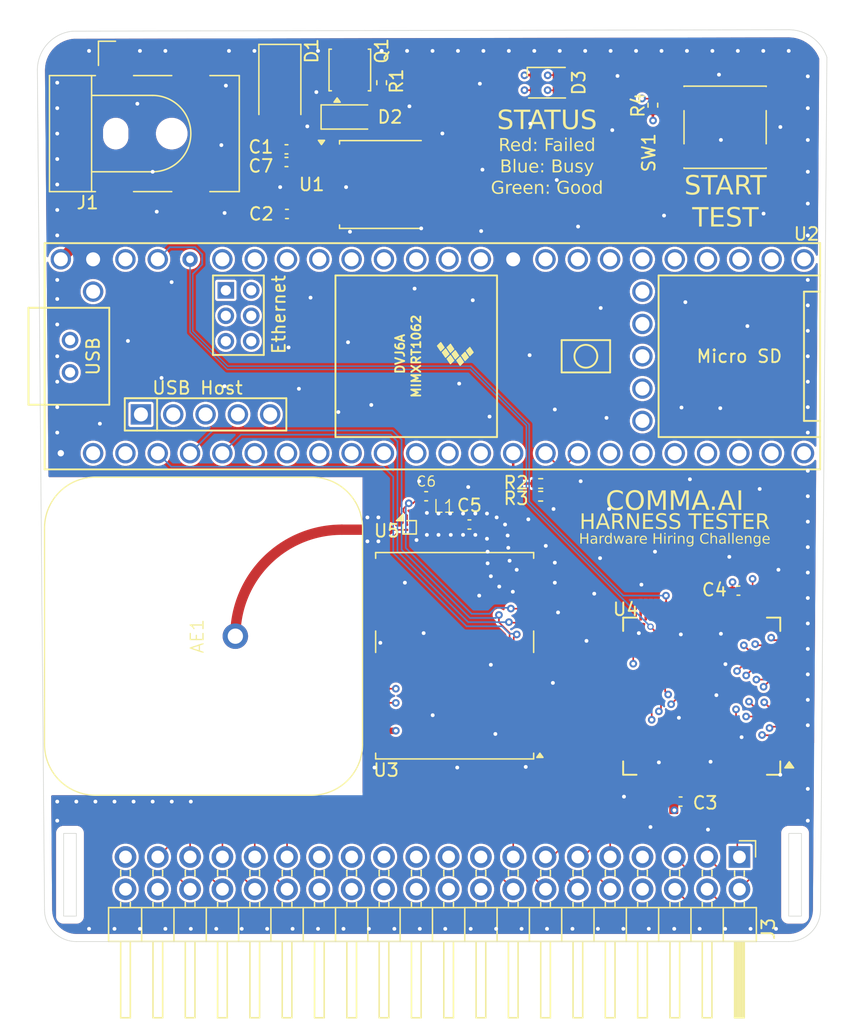
<source format=kicad_pcb>
(kicad_pcb (version 20241229) (generator "pcbnew") (generator_version "9.0")
  (title_block (title "Hardware Hiring Challenge") (date "2024-05-23") (rev "A"))
  (layers (0 "F.Cu" signal) (4 "In1.Cu" signal) (6 "In2.Cu" signal) (2 "B.Cu" signal) (13 "F.Paste" user) (15 "B.Paste" user) (5 "F.SilkS" user "F.Silkscreen") (7 "B.SilkS" user "B.Silkscreen") (1 "F.Mask" user) (3 "B.Mask" user) (25 "Edge.Cuts" user))
  (net 0 "")
  (net 1 "Net-(AE1-A)")
  (net 2 "GND")
  (net 3 "+12V")
  (net 4 "+5V")
  (net 5 "+3.3V")
  (net 6 "Net-(U3-RF_IN)")
  (net 7 "Net-(C5-Pad2)")
  (net 8 "Net-(U3-VCC_RF)")
  (net 9 "Net-(D1-A1)")
  (net 10 "Net-(D2-A)")
  (net 11 "LED_R")
  (net 12 "LED_G")
  (net 13 "LED_B")
  (net 14 "CBL_36")
  (net 15 "CBL_22")
  (net 16 "CBL_9")
  (net 17 "CBL_10")
  (net 18 "CBL_24")
  (net 19 "CBL_13")
  (net 20 "CBL_20")
  (net 21 "CBL_35")
  (net 22 "CBL_4")
  (net 23 "CBL_32")
  (net 24 "CBL_38")
  (net 25 "CBL_28")
  (net 26 "CBL_0")
  (net 27 "CBL_39")
  (net 28 "CBL_5")
  (net 29 "CBL_7")
  (net 30 "CBL_17")
  (net 31 "CBL_21")
  (net 32 "CBL_34")
  (net 33 "CBL_15")
  (net 34 "CBL_8")
  (net 35 "CBL_29")
  (net 36 "CBL_31")
  (net 37 "CBL_37")
  (net 38 "CBL_25")
  (net 39 "CBL_27")
  (net 40 "CBL_18")
  (net 41 "CBL_19")
  (net 42 "CBL_14")
  (net 43 "CBL_16")
  (net 44 "CBL_3")
  (net 45 "CBL_33")
  (net 46 "CBL_23")
  (net 47 "CBL_30")
  (net 48 "CBL_1")
  (net 49 "CBL_12")
  (net 50 "CBL_2")
  (net 51 "CBL_26")
  (net 52 "CBL_6")
  (net 53 "CBL_11")
  (net 54 "Net-(L1-Pad2)")
  (net 55 "CY_SCL")
  (net 56 "CY_SDA")
  (net 57 "BTN_TEST")
  (net 60 "UBX-TIMEPULSE")
  (net 64 "UBX-RXD")
  (net 69 "UBX-RST_N")
  (net 74 "UBX-TXD")
  (net 107 "UBX-SAFEBOOT")
  (net 135 "CY_RST_N")
  (net 140 "CY_INT")
  (footprint "Capacitor_SMD:C_0402_1005Metric" (layer "F.Cu") (at 138.557 43.815 180)
    (property "Reference" "C2")
    (property "Value" "100n")
  )
  (footprint "Capacitor_SMD:C_0402_1005Metric" (layer "F.Cu") (at 149.5 66)
    (property "Reference" "C6")
    (property "Value" "1n")
  )
  (footprint "LED_SMD:LED_ASMB-KTF0-0A306" (layer "F.Cu") (at 159 33.5)
    (property "Reference" "D3")
    (property "Value" "ASMB-KTF0-0A306")
  )
  (footprint "Capacitor_SMD:C_0402_1005Metric" (layer "F.Cu") (at 138.52 39.735 180)
    (property "Reference" "C7")
    (property "Value" "10u")
  )
  (footprint "Diode_SMD:D_SMA" (layer "F.Cu") (at 138 34 -90)
    (property "Reference" "D1")
    (property "Value" "SMAJ16A")
  )
  (footprint "Package_SO:Vishay_PowerPAK_1212-8_Single" (layer "F.Cu") (at 143.5 32.5 90)
    (property "Reference" "Q1")
    (property "Value" "SiSS27DN")
  )
  (footprint "Capacitor_SMD:C_0402_1005Metric" (layer "F.Cu") (at 152.8984 68.222 180)
    (property "Reference" "C5")
    (property "Value" "100n")
  )
  (footprint "Button_Switch_SMD:SW_SPST_PTS645" (layer "F.Cu") (at 173 37 180)
    (property "Reference" "SW1")
    (property "Value" "TEST BUTTON")
  )
  (footprint "gnss:ANT-GNSSCP-TH25L1" (layer "F.Cu") (at 132 77 90)
    (property "Reference" "AE1")
    (property "Value" "ANT-GNSSCP-TH25L1")
  )
  (footprint "Connector_PinHeader_2.54mm:PinHeader_2x20_P2.54mm_Horizontal" (layer "F.Cu") (at 174.125 94.35 -90)
    (property "Reference" "J3")
    (property "Value" "Cable header")
  )
  (footprint "Resistor_SMD:R_0402_1005Metric" (layer "F.Cu") (at 158.5 65)
    (property "Reference" "R2")
    (property "Value" "4k7")
  )
  (footprint "Package_BGA:WLP-4_0.83x0.83mm_P0.4mm" (layer "F.Cu") (at 148.1984 68.444454)
    (property "Reference" "U5")
    (property "Value" "MAX2679")
  )
  (footprint "Package_TO_SOT_SMD:TO-252-2" (layer "F.Cu") (at 146 41.5)
    (property "Reference" "U1")
    (property "Value" "L7805")
  )
  (footprint "Resistor_SMD:R_0402_1005Metric" (layer "F.Cu") (at 158.5 66)
    (property "Reference" "R3")
    (property "Value" "4k7")
  )
  (footprint "teensy:Teensy41" (layer "F.Cu") (at 149.99 55)
    (property "Reference" "U2")
    (property "Value" "Teensy4.1")
  )
  (footprint "Resistor_SMD:R_0402_1005Metric" (layer "F.Cu") (at 167.320101 35.26484 90)
    (property "Reference" "R4")
    (property "Value" "10k")
  )
  (footprint "Diode_SMD:Nexperia_CFP3_SOD-123W" (layer "F.Cu") (at 143.5 36.195)
    (property "Reference" "D2")
    (property "Value" "PMEG10020ELR")
  )
  (footprint "Package_QFP:TQFP-100_12x12mm_P0.4mm" (layer "F.Cu") (at 171.15983 81.714966 180)
    (property "Reference" "U4")
    (property "Value" "CY8C9560A-24AXIT")
  )
  (footprint "Inductor_SMD:L_0402_1005Metric" (layer "F.Cu") (at 150.8984 68.222 180)
    (property "Reference" "L1")
    (property "Value" "12n")
  )
  (footprint "Capacitor_SMD:C_0402_1005Metric" (layer "F.Cu") (at 169.5 90)
    (property "Reference" "C3")
    (property "Value" "100n")
  )
  (footprint "Capacitor_SMD:C_0402_1005Metric" (layer "F.Cu") (at 138.52 38.735 180)
    (property "Reference" "C1")
    (property "Value" "1u")
  )
  (footprint "RF_GPS:ublox_NEO" (layer "F.Cu") (at 151.7396 78.5368 180)
    (property "Reference" "U3")
    (property "Value" "NEO-M8N")
  )
  (footprint "Connector_BarrelJack:BarrelJack_CLIFF_FC681465S_SMT_Horizontal" (layer "F.Cu") (at 128 37.5)
    (property "Reference" "J1")
    (property "Value" "12V INPUT")
  )
  (footprint "Resistor_SMD:R_0402_1005Metric" (layer "F.Cu") (at 146 33.5 90)
    (property "Reference" "R1")
    (property "Value" "1k")
  )
  (footprint "Capacitor_SMD:C_0402_1005Metric" (layer "F.Cu") (at 174.046456 73.42018)
    (property "Reference" "C4")
    (property "Value" "100n")
  )
  (gr_arc (start 122 101) (mid 120.232233 100.267767) (end 119.5 98.5) (stroke (width 0.05)) (layer "Edge.Cuts"))
  (gr_rect (start 121 92.5) (end 122 99) (stroke (width 0.05)) (fill no) (layer "Edge.Cuts"))
  (gr_rect (start 178 92.5) (end 179 99) (stroke (width 0.05)) (fill no) (layer "Edge.Cuts"))
  (gr_line (start 121.750835 29.448293) (end 178 29.337722) (stroke (width 0.05)) (layer "Edge.Cuts"))
  (gr_line (start 178 101) (end 122 101) (stroke (width 0.05)) (layer "Edge.Cuts"))
  (gr_arc (start 178 29.337722) (mid 179.849016 29.934627) (end 181 31.5) (stroke (width 0.05)) (layer "Edge.Cuts"))
  (gr_line (start 181 31.5) (end 180.5 98.5) (stroke (width 0.05)) (layer "Edge.Cuts"))
  (gr_arc (start 118.938138 32.5) (mid 119.748564 30.424901) (end 121.750829 29.448293) (stroke (width 0.05)) (layer "Edge.Cuts"))
  (gr_arc (start 180.5 98.5) (mid 179.767767 100.267767) (end 178 101) (stroke (width 0.05)) (layer "Edge.Cuts"))
  (gr_line (start 119.5 98.5) (end 118.938138 32.5) (stroke (width 0.05)) (layer "Edge.Cuts"))
  (gr_text "Red: Failed\nBlue: Busy\nGreen: Good" (at 159 42.4 0) (layer "F.SilkS") (effects (font (size 1 1)) (justify bottom)))
  (gr_text "STATUS" (at 159 37.4 0) (layer "F.SilkS") (effects (font (size 1.5 1.5)) (justify bottom)))
  (gr_text "START\nTEST" (at 173.0248 45.0596 0) (layer "F.SilkS") (effects (font (size 1.5 1.5)) (justify bottom)))
  (gr_text "HARNESS TESTER" (at 169.037 68.072 0) (layer "F.SilkS") (effects (font (size 1.2 1.2))))
  (gr_text "Hardware Hiring Challenge" (at 169.037 69.3928 0) (layer "F.SilkS") (effects (font (size 0.8 0.8))))
  (gr_text "COMMA.AI" (at 169.037 66.4464 0) (layer "F.SilkS") (effects (font (size 1.5 1.5))))
  (segment (start 147.9984 68.644454) (end 146.571654 68.644454) (width 0.127) (layer "F.Cu") (net 1))
  (segment (start 142.8692 68.6308) (end 146.558 68.6308) (width 0.8128) (layer "F.Cu") (net 1))
  (arc (start 146.571654 68.644454) (mid 146.561999 68.640455) (end 146.558 68.6308) (width 0.127) (layer "F.Cu") (net 1))
  (arc (start 134.5 77) (mid 136.951282 71.082082) (end 142.8692 68.6308) (width 0.8128) (layer "F.Cu") (net 1))
  (via (at 157.6324 54.9148) (size 0.6) (drill 0.3) (layers "F.Cu" "B.Cu") (net 2))
  (via (at 169.5196 76.8604) (size 0.6) (drill 0.3) (layers "F.Cu" "B.Cu") (net 2))
  (via (at 173 100) (size 0.6) (drill 0.3) (layers "F.Cu" "B.Cu") (net 2))
  (via (at 126.7968 35.1536) (size 0.6) (drill 0.3) (layers "F.Cu" "B.Cu") (net 2))
  (via (at 169.3672 83.4136) (size 0.6) (drill 0.3) (layers "F.Cu" "B.Cu") (net 2))
  (via (at 179.5 55) (size 0.6) (drill 0.3) (layers "F.Cu" "B.Cu") (net 2))
  (via (at 172.6184 59.0804) (size 0.6) (drill 0.3) (layers "F.Cu" "B.Cu") (net 2))
  (via (at 154.5844 72.2884) (size 0.6) (drill 0.3) (layers "F.Cu" "B.Cu") (net 2))
  (via (at 143 100) (size 0.6) (drill 0.3) (layers "F.Cu" "B.Cu") (net 2))
  (via (at 128.698593 56.701584) (size 0.6) (drill 0.3) (layers "F.Cu" "B.Cu") (net 2))
  (via (at 154.4828 59.7408) (size 0.6) (drill 0.3) (layers "F.Cu" "B.Cu") (net 2))
  (via (at 179.5 43) (size 0.6) (drill 0.3) (layers "F.Cu" "B.Cu") (net 2))
  (via (at 159.6136 71.2216) (size 0.6) (drill 0.3) (layers "F.Cu" "B.Cu") (net 2))
  (via (at 163.2204 51.2064) (size 0.6) (drill 0.3) (layers "F.Cu" "B.Cu") (net 2))
  (via (at 165 100) (size 0.6) (drill 0.3) (layers "F.Cu" "B.Cu") (net 2))
  (via (at 144.8816 69.5452) (size 0.6) (drill 0.3) (layers "F.Cu" "B.Cu") (net 2))
  (via (at 138.684 54.3052) (size 0.6) (drill 0.3) (layers "F.Cu" "B.Cu") (net 2))
  (via (at 123 100) (size 0.6) (drill 0.3) (layers "F.Cu" "B.Cu") (net 2))
  (via (at 143.2052 41.7068) (size 0.6) (drill 0.3) (layers "F.Cu" "B.Cu") (net 2))
  (via (at 154.94 84.6836) (size 0.6) (drill 0.3) (layers "F.Cu" "B.Cu") (net 2))
  (via (at 149 100) (size 0.6) (drill 0.3) (layers "F.Cu" "B.Cu") (net 2))
  (via (at 133.6548 43.7388) (size 0.6) (drill 0.3) (layers "F.Cu" "B.Cu") (net 2))
  (via (at 120.5 52.5) (size 0.6) (drill 0.3) (layers "F.Cu" "B.Cu") (net 2))
  (via (at 177.33483 87.889966) (size 0.6) (drill 0.3) (layers "F.Cu" "B.Cu") (net 2))
  (via (at 129 100) (size 0.6) (drill 0.3) (layers "F.Cu" "B.Cu") (net 2))
  (via (at 177.3428 36.9824) (size 0.6) (drill 0.3) (layers "F.Cu" "B.Cu") (net 2))
  (via (at 179.5 72) (size 0.6) (drill 0.3) (layers "F.Cu" "B.Cu") (net 2))
  (via (at 171 100) (size 0.6) (drill 0.3) (layers "F.Cu" "B.Cu") (net 2))
  (via (at 143.3576 53.8988) (size 0.6) (drill 0.3) (layers "F.Cu" "B.Cu") (net 2))
  (via (at 173.3296 70.7644) (size 0.6) (drill 0.3) (layers "F.Cu" "B.Cu") (net 2))
  (via (at 143.51 45.212) (size 0.6) (drill 0.3) (layers "F.Cu" "B.Cu") (net 2))
  (via (at 152.0952 57.15) (size 0.6) (drill 0.3) (layers "F.Cu" "B.Cu") (net 2))
  (via (at 163 100) (size 0.6) (drill 0.3) (layers "F.Cu" "B.Cu") (net 2))
  (via (at 168.1988 43.942) (size 0.6) (drill 0.3) (layers "F.Cu" "B.Cu") (net 2))
  (via (at 137 100) (size 0.6) (drill 0.3) (layers "F.Cu" "B.Cu") (net 2))
  (via (at 123.8504 60.2996) (size 0.6) (drill 0.3) (layers "F.Cu" "B.Cu") (net 2))
  (via (at 133 100) (size 0.6) (drill 0.3) (layers "F.Cu" "B.Cu") (net 2))
  (via (at 153.8224 45.1612) (size 0.6) (drill 0.3) (layers "F.Cu" "B.Cu") (net 2))
  (via (at 173.0248 79.1972) (size 0.6) (drill 0.3) (layers "F.Cu" "B.Cu") (net 2))
  (via (at 148 31) (size 0.6) (drill 0.3) (layers "F.Cu" "B.Cu") (net 2))
  (via (at 157.3276 87.2744) (size 0.6) (drill 0.3) (layers "F.Cu" "B.Cu") (net 2))
  (via (at 140.1572 36.9316) (size 0.6) (drill 0.3) (layers "F.Cu" "B.Cu") (net 2))
  (via (at 167.7924 86.9188) (size 0.6) (drill 0.3) (layers "F.Cu" "B.Cu") (net 2))
  (via (at 123 31) (size 0.6) (drill 0.3) (layers "F.Cu" "B.Cu") (net 2))
  (via (at 179.5 70) (size 0.6) (drill 0.3) (layers "F.Cu" "B.Cu") (net 2))
  (via (at 179.5 49) (size 0.6) (drill 0.3) (layers "F.Cu" "B.Cu") (net 2))
  (via (at 129.5 90) (size 0.6) (drill 0.3) (layers "F.Cu" "B.Cu") (net 2))
  (via (at 159.8676 75.1332) (size 0.6) (drill 0.3) (layers "F.Cu" "B.Cu") (net 2))
  (via (at 135 100) (size 0.6) (drill 0.3) (layers "F.Cu" "B.Cu") (net 2))
  (via (at 179.5 53) (size 0.6) (drill 0.3) (layers "F.Cu" "B.Cu") (net 2))
  (via (at 177 100) (size 0.6) (drill 0.3) (layers "F.Cu" "B.Cu") (net 2))
  (via (at 153 100) (size 0.6) (drill 0.3) (layers "F.Cu" "B.Cu") (net 2))
  (via (at 174 31) (size 0.6) (drill 0.3) (layers "F.Cu" "B.Cu") (net 2))
  (via (at 150.4696 67.3608) (size 0.6) (drill 0.3) (layers "F.Cu" "B.Cu") (net 2))
  (via (at 149.5552 69.0372) (size 0.6) (drill 0.3) (layers "F.Cu" "B.Cu") (net 2))
  (via (at 170 31) (size 0.6) (drill 0.3) (layers "F.Cu" "B.Cu") (net 2))
  (via (at 128.3208 43.6372) (size 0.6) (drill 0.3) (layers "F.Cu" "B.Cu") (net 2))
  (via (at 120.5 55) (size 0.6) (drill 0.3) (layers "F.Cu" "B.Cu") (net 2))
  (via (at 148.1836 35.3568) (size 0.6) (drill 0.3) (layers "F.Cu" "B.Cu") (net 2))
  (via (at 120.5 37.5) (size 0.6) (drill 0.3) (layers "F.Cu" "B.Cu") (net 2))
  (via (at 151.4348 69.0372) (size 0.6) (drill 0.3) (layers "F.Cu" "B.Cu") (net 2))
  (via (at 172.5168 32.8676) (size 0.6) (drill 0.3) (layers "F.Cu" "B.Cu") (net 2))
  (via (at 159.6136 59.182) (size 0.6) (drill 0.3) (layers "F.Cu" "B.Cu") (net 2))
  (via (at 160 31) (size 0.6) (drill 0.3) (layers "F.Cu" "B.Cu") (net 2))
  (via (at 161.4424 44.8056) (size 0.6) (drill 0.3) (layers "F.Cu" "B.Cu") (net 2))
  (via (at 120.5 59) (size 0.6) (drill 0.3) (layers "F.Cu" "B.Cu") (net 2))
  (via (at 159.4612 80.6704) (size 0.6) (drill 0.3) (layers "F.Cu" "B.Cu") (net 2))
  (via (at 128 40.5) (size 0.6) (drill 0.3) (layers "F.Cu" "B.Cu") (net 2))
  (via (at 171.6532 92.202) (size 0.6) (drill 0.3) (layers "F.Cu" "B.Cu") (net 2))
  (via (at 134 31) (size 0.6) (drill 0.3) (layers "F.Cu" "B.Cu") (net 2))
  (via (at 126.5 90) (size 0.6) (drill 0.3) (layers "F.Cu" "B.Cu") (net 2))
  (via (at 154.2796 69.342) (size 0.6) (drill 0.3) (layers "F.Cu" "B.Cu") (net 2))
  (via (at 179.5 45.5) (size 0.6) (drill 0.3) (layers "F.Cu" "B.Cu") (net 2))
  (via (at 148.59 49.6824) (size 0.6) (drill 0.3) (layers "F.Cu" "B.Cu") (net 2))
  (via (at 131 100) (size 0.6) (drill 0.3) (layers "F.Cu" "B.Cu") (net 2))
  (via (at 162 31) (size 0.6) (drill 0.3) (layers "F.Cu" "B.Cu") (net 2))
  (via (at 166.4208 72.9488) (size 0.6) (drill 0.3) (layers "F.Cu" "B.Cu") (net 2))
  (via (at 167.4876 70.358) (size 0.6) (drill 0.3) (layers "F.Cu" "B.Cu") (net 2))
  (via (at 166.2176 76.7588) (size 0.6) (drill 0.3) (layers "F.Cu" "B.Cu") (net 2))
  (via (at 161.6456 64.8208) (size 0.6) (drill 0.3) (layers "F.Cu" "B.Cu") (net 2))
  (via (at 127 100) (size 0.6) (drill 0.3) (layers "F.Cu" "B.Cu") (net 2))
  (via (at 156 31) (size 0.6) (drill 0.3) (layers "F.Cu" "B.Cu") (net 2))
  (via (at 163.1696 70.866) (size 0.6) (drill 0.3) (layers "F.Cu" "B.Cu") (net 2))
  (via (at 123.5 90) (size 0.6) (drill 0.3) (layers "F.Cu" "B.Cu") (net 2))
  (via (at 155.9052 69.088) (size 0.6) (drill 0.3) (layers "F.Cu" "B.Cu") (net 2))
  (via (at 159.766 41.148) (size 0.6) (drill 0.3) (layers "F.Cu" "B.Cu") (net 2))
  (via (at 151.9428 87.3252) (size 0.6) (drill 0.3) (layers "F.Cu" "B.Cu") (net 2))
  (via (at 158 31) (size 0.6) (drill 0.3) (layers "F.Cu" "B.Cu") (net 2))
  (via (at 166 31) (size 0.6) (drill 0.3) (layers "F.Cu" "B.Cu") (net 2))
  (via (at 153.67 73.8124) (size 0.6) (drill 0.3) (layers "F.Cu" "B.Cu") (net 2))
  (via (at 133.7564 33.7312) (size 0.6) (drill 0.3) (layers "F.Cu" "B.Cu") (net 2))
  (via (at 165.0492 89.6112) (size 0.6) (drill 0.3) (layers "F.Cu" "B.Cu") (net 2))
  (via (at 167 100) (size 0.6) (drill 0.3) (layers "F.Cu" "B.Cu") (net 2))
  (via (at 176 31) (size 0.6) (drill 0.3) (layers "F.Cu" "B.Cu") (net 2))
  (via (at 120.5 43.5) (size 0.6) (drill 0.3) (layers "F.Cu" "B.Cu") (net 2))
  (via (at 155 100) (size 0.6) (drill 0.3) (layers "F.Cu" "B.Cu") (net 2))
  (via (at 142.5956 59.3852) (size 0.6) (drill 0.3) (layers "F.Cu" "B.Cu") (net 2))
  (via (at 179.5 33) (size 0.6) (drill 0.3) (layers "F.Cu" "B.Cu") (net 2))
  (via (at 156.6164 71.7804) (size 0.6) (drill 0.3) (layers "F.Cu" "B.Cu") (net 2))
  (via (at 128 90) (size 0.6) (drill 0.3) (layers "F.Cu" "B.Cu") (net 2))
  (via (at 140.4112 50.3936) (size 0.6) (drill 0.3) (layers "F.Cu" "B.Cu") (net 2))
  (via (at 145.8976 77.5208) (size 0.6) (drill 0.3) (layers "F.Cu" "B.Cu") (net 2))
  (via (at 161 100) (size 0.6) (drill 0.3) (layers "F.Cu" "B.Cu") (net 2))
  (via (at 179.5 35.5) (size 0.6) (drill 0.3) (layers "F.Cu" "B.Cu") (net 2))
  (via (at 139 100) (size 0.6) (drill 0.3) (layers "F.Cu" "B.Cu") (net 2))
  (via (at 152.8064 65.278) (size 0.6) (drill 0.3) (layers "F.Cu" "B.Cu") (net 2))
  (via (at 149.11 44.95) (size 0.6) (drill 0.3) (layers "F.Cu" "B.Cu") (net 2))
  (via (at 172.6692 76.8096) (size 0.6) (drill 0.3) (layers "F.Cu" "B.Cu") (net 2))
  (via (at 174.2948 84.9376) (size 0.6) (drill 0.3) (layers "F.Cu" "B.Cu") (net 2))
  (via (at 120.5 41.5) (size 0.6) (drill 0.3) (layers "F.Cu" "B.Cu") (net 2))
  (via (at 179.5 76) (size 0.6) (drill 0.3) (layers "F.Cu" "B.Cu") (net 2))
  (via (at 172 31) (size 0.6) (drill 0.3) (layers "F.Cu" "B.Cu") (net 2))
  (via (at 145.7452 69.5452) (size 0.6) (drill 0.3) (layers "F.Cu" "B.Cu") (net 2))
  (via (at 150 31) (size 0.6) (drill 0.3) (layers "F.Cu" "B.Cu") (net 2))
  (via (at 179.5 84) (size 0.6) (drill 0.3) (layers "F.Cu" "B.Cu") (net 2))
  (via (at 120.5 90) (size 0.6) (drill 0.3) (layers "F.Cu" "B.Cu") (net 2))
  (via (at 150.4696 69.0372) (size 0.6) (drill 0.3) (layers "F.Cu" "B.Cu") (net 2))
  (via (at 172.3136 81.6356) (size 0.6) (drill 0.3) (layers "F.Cu" "B.Cu") (net 2))
  (via (at 154.5844 79.248) (size 0.6) (drill 0.3) (layers "F.Cu" "B.Cu") (net 2))
  (via (at 125 100) (size 0.6) (drill 0.3) (layers "F.Cu" "B.Cu") (net 2))
  (via (at 129.4892 49.1744) (size 0.6) (drill 0.3) (layers "F.Cu" "B.Cu") (net 2))
  (via (at 120.5 50.5) (size 0.6) (drill 0.3) (layers "F.Cu" "B.Cu") (net 2))
  (via (at 170.2308 64.6684) (size 0.6) (drill 0.3) (layers "F.Cu" "B.Cu") (net 2))
  (via (at 120.5 91.5) (size 0.6) (drill 0.3) (layers "F.Cu" "B.Cu") (net 2))
  (via (at 136 31) (size 0.6) (drill 0.3) (layers "F.Cu" "B.Cu") (net 2))
  (via (at 147 100) (size 0.6) (drill 0.3) (layers "F.Cu" "B.Cu") (net 2))
  (via (at 126.056957 53.795784) (size 0.6) (drill 0.3) (layers "F.Cu" "B.Cu") (net 2))
  (via (at 152 31) (size 0.6) (drill 0.3) (layers "F.Cu" "B.Cu") (net 2))
  (via (at 179.5 82) (size 0.6) (drill 0.3) (layers "F.Cu" "B.Cu") (net 2))
  (via (at 157.5308 67.818) (size 0.6) (drill 0.3) (layers "F.Cu" "B.Cu") (net 2))
  (via (at 120.5 45.5) (size 0.6) (drill 0.3) (layers "F.Cu" "B.Cu") (net 2))
  (via (at 156.3116 73.5076) (size 0.6) (drill 0.3) (layers "F.Cu" "B.Cu") (net 2))
  (via (at 146 31) (size 0.6) (drill 0.3) (layers "F.Cu" "B.Cu") (net 2))
  (via (at 179.5 57) (size 0.6) (drill 0.3) (layers "F.Cu" "B.Cu") (net 2))
  (via (at 154.3304 70.358) (size 0.6) (drill 0.3) (layers "F.Cu" "B.Cu") (net 2))
  (via (at 178 31) (size 0.6) (drill 0.3) (layers "F.Cu" "B.Cu") (net 2))
  (via (at 150.7744 37.4904) (size 0.6) (drill 0.3) (layers "F.Cu" "B.Cu") (net 2))
  (via (at 138.0236 41.7068) (size 0.6) (drill 0.3) (layers "F.Cu" "B.Cu") (net 2))
  (via (at 129 31) (size 0.6) (drill 0.3) (layers "F.Cu" "B.Cu") (net 2))
  (via (at 154 31) (size 0.6) (drill 0.3) (layers "F.Cu" "B.Cu") (net 2))
  (via (at 157 100) (size 0.6) (drill 0.3) (layers "F.Cu" "B.Cu") (net 2))
  (via (at 133.4008 38.4048) (size 0.6) (drill 0.3) (layers "F.Cu" "B.Cu") (net 2))
  (via (at 175 100) (size 0.6) (drill 0.3) (layers "F.Cu" "B.Cu") (net 2))
  (via (at 149.3012 76.7588) (size 0.6) (drill 0.3) (layers "F.Cu" "B.Cu") (net 2))
  (via (at 153.3652 69.0372) (size 0.6) (drill 0.3) (layers "F.Cu" "B.Cu") (net 2))
  (via (at 159.512 67.0052) (size 0.6) (drill 0.3) (layers "F.Cu" "B.Cu") (net 2))
  (via (at 131 90) (size 0.6) (drill 0.3) (layers "F.Cu" "B.Cu") (net 2))
  (via (at 159.6136 72.7964) (size 0.6) (drill 0.3) (layers "F.Cu" "B.Cu") (net 2))
  (via (at 155.956 70.0532) (size 0.6) (drill 0.3) (layers "F.Cu" "B.Cu") (net 2))
  (via (at 133.6548 57.3532) (size 0.6) (drill 0.3) (layers "F.Cu" "B.Cu") (net 2))
  (via (at 169.8752 50.7492) (size 0.6) (drill 0.3) (layers "F.Cu" "B.Cu") (net 2))
  (via (at 177.1904 71.7804) (size 0.6) (drill 0.3) (layers "F.Cu" "B.Cu") (net 2))
  (via (at 179.5 40.5) (size 0.6) (drill 0.3) (layers "F.Cu" "B.Cu") (net 2))
  (via (at 156.0576 71.0692) (size 0.6) (drill 0.3) (layers "F.Cu" "B.Cu") (net 2))
  (via (at 164.129539 37.227287) (size 0.6) (drill 0.3) (layers "F.Cu" "B.Cu") (net 2))
  (via (at 120.5 61) (size 0.6) (drill 0.3) (layers "F.Cu" "B.Cu") (net 2))
  (via (at 179.5 80) (size 0.6) (drill 0.3) (layers "F.Cu" "B.Cu") (net 2))
  (via (at 147.828 72.7964) (size 0.6) (drill 0.3) (layers "F.Cu" "B.Cu") (net 2))
  (via (at 174.752 52.6288) (size 0.6) (drill 0.3) (layers "F.Cu" "B.Cu") (net 2))
  (via (at 141 31) (size 0.6) (drill 0.3) (layers "F.Cu" "B.Cu") (net 2))
  (via (at 125 90) (size 0.6) (drill 0.3) (layers "F.Cu" "B.Cu") (net 2))
  (via (at 148.7424 69.4436) (size 0.6) (drill 0.3) (layers "F.Cu" "B.Cu") (net 2))
  (via (at 151.384 67.3608) (size 0.6) (drill 0.3) (layers "F.Cu" "B.Cu") (net 2))
  (via (at 144.8816 67.6656) (size 0.6) (drill 0.3) (layers "F.Cu" "B.Cu") (net 2))
  (via (at 120.5 49) (size 0.6) (drill 0.3) (layers "F.Cu" "B.Cu") (net 2))
  (via (at 168 31) (size 0.6) (drill 0.3) (layers "F.Cu" "B.Cu") (net 2))
  (via (at 148.9456 64.8208) (size 0.6) (drill 0.3) (layers "F.Cu" "B.Cu") (net 2))
  (via (at 140.8684 34.2392) (size 0.6) (drill 0.3) (layers "F.Cu" "B.Cu") (net 2))
  (via (at 179.5 38) (size 0.6) (drill 0.3) (layers "F.Cu" "B.Cu") (net 2))
  (via (at 153.162 50.5968) (size 0.6) (drill 0.3) (layers "F.Cu" "B.Cu") (net 2))
  (via (at 153.3652 67.3608) (size 0.6) (drill 0.3) (layers "F.Cu" "B.Cu") (net 2))
  (via (at 175.7172 65.4304) (size 0.6) (drill 0.3) (layers "F.Cu" "B.Cu") (net 2))
  (via (at 149.5552 67.31) (size 0.5) (drill 0.3) (layers "F.Cu" "B.Cu") (net 2))
  (via (at 120.5 33.5) (size 0.6) (drill 0.3) (layers "F.Cu" "B.Cu") (net 2))
  (via (at 155.2448 73.1012) (size 0.6) (drill 0.3) (layers "F.Cu" "B.Cu") (net 2))
  (via (at 179.5 74) (size 0.6) (drill 0.3) (layers "F.Cu" "B.Cu") (net 2))
  (via (at 150.0124 83.2104) (size 0.6) (drill 0.3) (layers "F.Cu" "B.Cu") (net 2))
  (via (at 179.5 89) (size 0.6) (drill 0.3) (layers "F.Cu" "B.Cu") (net 2))
  (via (at 162.7124 73.66) (size 0.6) (drill 0.3) (layers "F.Cu" "B.Cu") (net 2))
  (via (at 179.5 66) (size 0.6) (drill 0.3) (layers "F.Cu" "B.Cu") (net 2))
  (via (at 179.5 64) (size 0.6) (drill 0.3) (layers "F.Cu" "B.Cu") (net 2))
  (via (at 145 100) (size 0.6) (drill 0.3) (layers "F.Cu" "B.Cu") (net 2))
  (via (at 145.7452 67.6656) (size 0.6) (drill 0.3) (layers "F.Cu" "B.Cu") (net 2))
  (via (at 167.132 91.9988) (size 0.6) (drill 0.3) (layers "F.Cu" "B.Cu") (net 2))
  (via (at 152.4 69.0372) (size 0.6) (drill 0.3) (layers "F.Cu" "B.Cu") (net 2))
  (via (at 120.5 39.5) (size 0.6) (drill 0.3) (layers "F.Cu" "B.Cu") (net 2))
  (via (at 122 90) (size 0.6) (drill 0.3) (layers "F.Cu" "B.Cu") (net 2))
  (via (at 179.5 68) (size 0.6) (drill 0.3) (layers "F.Cu" "B.Cu") (net 2))
  (via (at 176.022 43.7896) (size 0.6) (drill 0.3) (layers "F.Cu" "B.Cu") (net 2))
  (via (at 120.5 57) (size 0.6) (drill 0.3) (layers "F.Cu" "B.Cu") (net 2))
  (via (at 179.5 61) (size 0.6) (drill 0.3) (layers "F.Cu" "B.Cu") (net 2))
  (via (at 154.2796 67.3608) (size 0.6) (drill 0.3) (layers "F.Cu" "B.Cu") (net 2))
  (via (at 155.702 68.2244) (size 0.6) (drill 0.3) (layers "F.Cu" "B.Cu") (net 2))
  (via (at 179.5 78) (size 0.6) (drill 0.3) (layers "F.Cu" "B.Cu") (net 2))
  (via (at 164.5412 32.9692) (size 0.6) (drill 0.3) (layers "F.Cu" "B.Cu") (net 2))
  (via (at 127 31) (size 0.6) (drill 0.3) (layers "F.Cu" "B.Cu") (net 2))
  (via (at 179.5 91.5) (size 0.6) (drill 0.3) (layers "F.Cu" "B.Cu") (net 2))
  (via (at 179.5 59) (size 0.6) (drill 0.3) (layers "F.Cu" "B.Cu") (net 2))
  (via (at 141 100) (size 0.6) (drill 0.3) (layers "F.Cu" "B.Cu") (net 2))
  (via (at 151 100) (size 0.6) (drill 0.3) (layers "F.Cu" "B.Cu") (net 2))
  (via (at 157.6832 36.7284) (size 0.6) (drill 0.3) (layers "F.Cu" "B.Cu") (net 2))
  (via (at 153.924 40.3352) (size 0.6) (drill 0.3) (layers "F.Cu" "B.Cu") (net 2))
  (via (at 169.5704 59.0296) (size 0.6) (drill 0.3) (layers "F.Cu" "B.Cu") (net 2))
  (via (at 163.6776 59.8424) (size 0.6) (drill 0.3) (layers "F.Cu" "B.Cu") (net 2))
  (via (at 153.7208 33.5788) (size 0.6) (drill 0.3) (layers "F.Cu" "B.Cu") (net 2))
  (via (at 145.1864 58.8264) (size 0.6) (drill 0.3) (layers "F.Cu" "B.Cu") (net 2))
  (via (at 158.9024 69.9008) (size 0.6) (drill 0.3) (layers "F.Cu" "B.Cu") (net 2))
  (via (at 163.8808 67.0052) (size 0.6) (drill 0.3) (layers "F.Cu" "B.Cu") (net 2))
  (via (at 169 100) (size 0.6) (drill 0.3) (layers "F.Cu" "B.Cu") (net 2))
  (via (at 145.4404 87.3252) (size 0.6) (drill 0.3) (layers "F.Cu" "B.Cu") (net 2))
  (via (at 164 31) (size 0.6) (drill 0.3) (layers "F.Cu" "B.Cu") (net 2))
  (via (at 172.6692 37.9984) (size 0.6) (drill 0.3) (layers "F.Cu" "B.Cu") (net 2))
  (via (at 162.1028 77.3684) (size 0.6) (drill 0.3) (layers "F.Cu" "B.Cu") (net 2))
  (via (at 179.5 51) (size 0.6) (drill 0.3) (layers "F.Cu" "B.Cu") (net 2))
  (via (at 139.4968 57.5564) (size 0.6) (drill 0.3) (layers "F.Cu" "B.Cu") (net 2))
  (via (at 152.4 67.3608) (size 0.6) (drill 0.3) (layers "F.Cu" "B.Cu") (net 2))
  (via (at 159 100) (size 0.6) (drill 0.3) (layers "F.Cu" "B.Cu") (net 2))
  (via (at 155.0416 67.6656) (size 0.6) (drill 0.3) (layers "F.Cu" "B.Cu") (net 2))
  (via (at 171.8564 86.868) (size 0.6) (drill 0.3) (layers "F.Cu" "B.Cu") (net 2))
  (via (at 120.5 35.5) (size 0.6) (drill 0.3) (layers "F.Cu" "B.Cu") (net 2))
  (via (at 154.3304 71.2724) (size 0.6) (drill 0.3) (layers "F.Cu" "B.Cu") (net 2))
  (segment (start 142.1 36.195) (end 142.1 38.08) (width 0.8128) (layer "F.Cu") (net 3))
  (segment (start 142.1 38.08) (end 140.96 39.22) (width 0.8128) (layer "F.Cu") (net 3))
  (segment (start 142.1 35.005) (end 143.17 33.935) (width 0.8128) (layer "F.Cu") (net 3))
  (segment (start 142.1 36.195) (end 142.1 35.005) (width 0.8128) (layer "F.Cu") (net 3))
  (segment (start 139.147 45.593) (end 122.567 45.593) (width 0.8128) (layer "F.Cu") (net 4))
  (segment (start 122.567 45.593) (end 120.78 47.38) (width 0.8128) (layer "F.Cu") (net 4))
  (segment (start 140.96 43.78) (end 139.147 45.593) (width 0.8128) (layer "F.Cu") (net 4))
  (segment (start 169.02 90.6696) (end 169.0116 90.678) (width 0.2032) (layer "F.Cu") (net 5))
  (segment (start 145.7396 83.3368) (end 145.7396 84.4368) (width 0.508) (layer "F.Cu") (net 5))
  (segment (start 147.1096 84.4368) (end 147.1168 84.4296) (width 0.508) (layer "F.Cu") (net 5))
  (segment (start 173.55983 74.037966) (end 173.566456 74.03134) (width 0.127) (layer "F.Cu") (net 5))
  (segment (start 173.566456 73.42018) (end 173.566456 72.762744) (width 0.127) (layer "F.Cu") (net 5))
  (segment (start 157.0496 65) (end 156.34 64.2904) (width 0.2032) (layer "F.Cu") (net 5))
  (segment (start 167.320101 36.459301) (end 167.3352 36.4744) (width 0.2032) (layer "F.Cu") (net 5))
  (segment (start 156.34 64.2904) (end 156.34 62.62) (width 0.2032) (layer "F.Cu") (net 5))
  (segment (start 169.02 90) (end 169.02 90.6696) (width 0.2032) (layer "F.Cu") (net 5))
  (segment (start 158.1 32.9) (end 157.2444 32.9) (width 0.2032) (layer "F.Cu") (net 5))
  (segment (start 159 32) (end 158.1 32.9) (width 0.2032) (layer "F.Cu") (net 5))
  (segment (start 145.7396 84.4368) (end 147.1096 84.4368) (width 0.508) (layer "F.Cu") (net 5))
  (segment (start 167.320101 35.77484) (end 164.77484 35.77484) (width 0.2032) (layer "F.Cu") (net 5))
  (segment (start 173.566456 74.03134) (end 173.566456 73.42018) (width 0.127) (layer "F.Cu") (net 5))
  (segment (start 161 32) (end 159 32) (width 0.2032) (layer "F.Cu") (net 5))
  (segment (start 164.77484 35.77484) (end 161 32) (width 0.2032) (layer "F.Cu") (net 5))
  (segment (start 167.320101 35.77484) (end 167.320101 36.459301) (width 0.2032) (layer "F.Cu") (net 5))
  (segment (start 157.99 65) (end 157.0496 65) (width 0.2032) (layer "F.Cu") (net 5))
  (segment (start 173.55983 75.014966) (end 173.55983 74.037966) (width 0.127) (layer "F.Cu") (net 5))
  (segment (start 173.566456 72.762744) (end 173.5836 72.7456) (width 0.127) (layer "F.Cu") (net 5))
  (segment (start 157.2444 32.9) (end 157.226 32.9184) (width 0.2032) (layer "F.Cu") (net 5))
  (via (at 167.3352 36.4744) (size 0.6) (drill 0.3) (layers "F.Cu" "B.Cu") (net 5))
  (via (at 157.226 32.9184) (size 0.6) (drill 0.3) (layers "F.Cu" "B.Cu") (net 5))
  (via (at 169.0116 90.678) (size 0.6) (drill 0.3) (layers "F.Cu" "B.Cu") (net 5))
  (via (at 173.5836 72.7456) (size 0.6) (drill 0.3) (layers "F.Cu" "B.Cu") (net 5))
  (via (at 147.1168 84.4296) (size 0.6) (drill 0.3) (layers "F.Cu" "B.Cu") (net 5))
  (segment (start 155.0924 69.2912) (end 155.0924 71.1708) (width 0.508) (layer "F.Cu") (net 6))
  (segment (start 157.7324 72.644) (end 157.7396 72.6368) (width 0.508) (layer "F.Cu") (net 6))
  (segment (start 156.5656 72.644) (end 157.7324 72.644) (width 0.508) (layer "F.Cu") (net 6))
  (segment (start 153.3784 68.222) (end 154.0232 68.222) (width 0.508) (layer "F.Cu") (net 6))
  (arc (start 154.0232 68.222) (mid 154.779239 68.535161) (end 155.0924 69.2912) (width 0.508) (layer "F.Cu") (net 6))
  (arc (start 155.0924 71.1708) (mid 155.52389 72.21251) (end 156.5656 72.644) (width 0.508) (layer "F.Cu") (net 6))
  (segment (start 151.3834 68.222) (end 152.4184 68.222) (width 0.508) (layer "F.Cu") (net 7))
  (segment (start 147.9984 67.499378) (end 147.721022 67.222) (width 0.127) (layer "F.Cu") (net 8))
  (segment (start 148.133999 66.555703) (end 148.464297 66.555703) (width 0.127) (layer "F.Cu") (net 8))
  (segment (start 156.1592 74.8284) (end 156.1676 74.8368) (width 0.127) (layer "F.Cu") (net 8))
  (segment (start 147.721022 67.222) (end 147.721022 66.96868) (width 0.127) (layer "F.Cu") (net 8))
  (segment (start 147.9984 68.244454) (end 147.9984 67.499378) (width 0.127) (layer "F.Cu") (net 8))
  (segment (start 147.721022 66.96868) (end 148.133999 66.555703) (width 0.127) (layer "F.Cu") (net 8))
  (segment (start 148.464297 66.555703) (end 149.02 66) (width 0.127) (layer "F.Cu") (net 8))
  (segment (start 156.1676 74.8368) (end 157.7396 74.8368) (width 0.127) (layer "F.Cu") (net 8))
  (via (at 156.1592 74.8284) (size 0.6) (drill 0.3) (layers "F.Cu" "B.Cu") (net 8))
  (via (at 148.133999 66.555703) (size 0.6) (drill 0.3) (layers "F.Cu" "B.Cu") (net 8))
  (segment (start 148.133999 66.555703) (end 147.8975 66.792202) (width 0.127) (layer "B.Cu") (net 8))
  (segment (start 147.8975 70.061404) (end 153.077296 75.2412) (width 0.127) (layer "B.Cu") (net 8))
  (segment (start 147.8975 66.792202) (end 147.8975 70.061404) (width 0.127) (layer "B.Cu") (net 8))
  (segment (start 154.4764 75.2412) (end 154.9494 74.7682) (width 0.127) (layer "B.Cu") (net 8))
  (segment (start 153.077296 75.2412) (end 154.4764 75.2412) (width 0.127) (layer "B.Cu") (net 8))
  (segment (start 156.099 74.7682) (end 156.1592 74.8284) (width 0.127) (layer "B.Cu") (net 8))
  (segment (start 154.9494 74.7682) (end 156.099 74.7682) (width 0.127) (layer "B.Cu") (net 8))
  (segment (start 125 32) (end 131 32) (width 0.8128) (layer "F.Cu") (net 9))
  (segment (start 143.4425 32) (end 143.5 31.9425) (width 0.8128) (layer "F.Cu") (net 9))
  (segment (start 131 32) (end 138 32) (width 0.8128) (layer "F.Cu") (net 9))
  (segment (start 138 32) (end 143.4425 32) (width 0.8128) (layer "F.Cu") (net 9))
  (segment (start 146 34.01) (end 144.565 34.01) (width 0.2032) (layer "F.Cu") (net 10))
  (segment (start 144.565 34.01) (end 144.49 33.935) (width 0.2032) (layer "F.Cu") (net 10))
  (segment (start 144.49 35.785) (end 144.49 33.935) (width 0.2032) (layer "F.Cu") (net 10))
  (segment (start 144.9 36.195) (end 144.49 35.785) (width 0.2032) (layer "F.Cu") (net 10))
  (segment (start 159.0732 32.9) (end 159.0548 32.9184) (width 0.127) (layer "F.Cu") (net 11))
  (segment (start 159.9 32.9) (end 159.0732 32.9) (width 0.127) (layer "F.Cu") (net 11))
  (via (at 159.0548 32.9184) (size 0.6) (drill 0.3) (layers "F.Cu" "B.Cu") (net 11))
  (segment (start 159.063202 34.1) (end 159.050002 34.0868) (width 0.127) (layer "F.Cu") (net 12))
  (segment (start 159.9 34.1) (end 159.063202 34.1) (width 0.127) (layer "F.Cu") (net 12))
  (via (at 159.050002 34.0868) (size 0.6) (drill 0.3) (layers "F.Cu" "B.Cu") (net 12))
  (segment (start 157.226 34.0868) (end 158.0868 34.0868) (width 0.127) (layer "F.Cu") (net 13))
  (segment (start 158.0868 34.0868) (end 158.1 34.1) (width 0.127) (layer "F.Cu") (net 13))
  (via (at 157.226 34.0868) (size 0.6) (drill 0.3) (layers "F.Cu" "B.Cu") (net 13))
  (segment (start 164.45983 77.714966) (end 163.48283 77.714966) (width 0.127) (layer "F.Cu") (net 14))
  (segment (start 159.1914 88.9158) (end 158.492912 89.614288) (width 0.127) (layer "F.Cu") (net 14))
  (segment (start 163.160038 78.037758) (end 163.160038 78.587966) (width 0.127) (layer "F.Cu") (net 14))
  (segment (start 159.1914 82.556604) (end 159.1914 88.9158) (width 0.127) (layer "F.Cu") (net 14))
  (segment (start 133.140712 89.614288) (end 128.405 94.35) (width 0.127) (layer "F.Cu") (net 14))
  (segment (start 158.492912 89.614288) (end 133.140712 89.614288) (width 0.127) (layer "F.Cu") (net 14))
  (segment (start 163.48283 77.714966) (end 163.160038 78.037758) (width 0.127) (layer "F.Cu") (net 14))
  (segment (start 163.160038 78.587966) (end 159.1914 82.556604) (width 0.127) (layer "F.Cu") (net 14))
  (segment (start 175.652051 82.914966) (end 177.85983 82.914966) (width 0.127) (layer "F.Cu") (net 15))
  (segment (start 174.875985 82.1389) (end 175.652051 82.914966) (width 0.127) (layer "F.Cu") (net 15))
  (via (at 174.875985 82.1389) (size 0.6) (drill 0.3) (layers "F.Cu" "B.Cu") (net 15))
  (segment (start 167.55983 89.391966) (end 167.55983 88.414966) (width 0.127) (layer "F.Cu") (net 16))
  (segment (start 167.402274 89.549522) (end 167.55983 89.391966) (width 0.127) (layer "F.Cu") (net 16))
  (segment (start 162.8515 95.7765) (end 162.8515 93.784852) (width 0.127) (layer "F.Cu") (net 16))
  (segment (start 162.8515 93.784852) (end 167.08683 89.549522) (width 0.127) (layer "F.Cu") (net 16))
  (segment (start 167.08683 89.549522) (end 167.402274 89.549522) (width 0.127) (layer "F.Cu") (net 16))
  (segment (start 163.965 96.89) (end 162.8515 95.7765) (width 0.127) (layer "F.Cu") (net 16))
  (segment (start 166.75983 89.414074) (end 161.823904 94.35) (width 0.127) (layer "F.Cu") (net 17))
  (segment (start 161.823904 94.35) (end 161.425 94.35) (width 0.127) (layer "F.Cu") (net 17))
  (segment (start 166.75983 88.414966) (end 166.75983 89.414074) (width 0.127) (layer "F.Cu") (net 17))
  (segment (start 176.482234 80.514966) (end 177.85983 80.514966) (width 0.127) (layer "F.Cu") (net 18))
  (segment (start 176.022 80.9752) (end 176.482234 80.514966) (width 0.127) (layer "F.Cu") (net 18))
  (via (at 176.022 80.9752) (size 0.6) (drill 0.3) (layers "F.Cu" "B.Cu") (net 18))
  (segment (start 160.064089 93.211289) (end 162.79233 90.483048) (width 0.127) (layer "F.Cu") (net 19))
  (segment (start 158.448985 93.211288) (end 160.064089 93.211289) (width 0.127) (layer "F.Cu") (net 19))
  (segment (start 162.79233 85.205466) (end 163.48283 84.514966) (width 0.127) (layer "F.Cu") (net 19))
  (segment (start 163.48283 84.514966) (end 164.45983 84.514966) (width 0.127) (layer "F.Cu") (net 19))
  (segment (start 162.79233 90.483048) (end 162.79233 85.205466) (width 0.127) (layer "F.Cu") (net 19))
  (segment (start 158.885 96.89) (end 157.4585 95.4635) (width 0.127) (layer "F.Cu") (net 19))
  (segment (start 157.4585 94.201773) (end 158.448985 93.211288) (width 0.127) (layer "F.Cu") (net 19))
  (segment (start 157.4585 95.4635) (end 157.4585 94.201773) (width 0.127) (layer "F.Cu") (net 19))
  (segment (start 173.858438 82.7485) (end 173.858438 83.316948) (width 0.127) (layer "F.Cu") (net 20))
  (segment (start 177.0015 83.714966) (end 177.85983 83.714966) (width 0.127) (layer "F.Cu") (net 20))
  (segment (start 173.858438 83.316948) (end 174.41699 83.8755) (width 0.127) (layer "F.Cu") (net 20))
  (segment (start 175.117344 83.641966) (end 176.9285 83.641966) (width 0.127) (layer "F.Cu") (net 20))
  (segment (start 176.9285 83.641966) (end 177.0015 83.714966) (width 0.127) (layer "F.Cu") (net 20))
  (segment (start 174.88381 83.8755) (end 175.117344 83.641966) (width 0.127) (layer "F.Cu") (net 20))
  (segment (start 174.41699 83.8755) (end 174.88381 83.8755) (width 0.127) (layer "F.Cu") (net 20))
  (via (at 173.858438 82.7485) (size 0.6) (drill 0.3) (layers "F.Cu" "B.Cu") (net 20))
  (segment (start 163.295486 78.914966) (end 159.5184 82.692052) (width 0.127) (layer "F.Cu") (net 21))
  (segment (start 159.5184 82.692052) (end 159.5184 89.132498) (width 0.127) (layer "F.Cu") (net 21))
  (segment (start 133.778985 89.941288) (end 129.8315 93.888773) (width 0.127) (layer "F.Cu") (net 21))
  (segment (start 159.5184 89.132498) (end 158.70961 89.941288) (width 0.127) (layer "F.Cu") (net 21))
  (segment (start 158.70961 89.941288) (end 133.778985 89.941288) (width 0.127) (layer "F.Cu") (net 21))
  (segment (start 164.45983 78.914966) (end 163.295486 78.914966) (width 0.127) (layer "F.Cu") (net 21))
  (segment (start 129.8315 93.888773) (end 129.8315 95.7765) (width 0.127) (layer "F.Cu") (net 21))
  (segment (start 129.8315 95.7765) (end 130.945 96.89) (width 0.127) (layer "F.Cu") (net 21))
  (segment (start 179.3748 87.4776) (end 179.3748 85.897552) (width 0.127) (layer "F.Cu") (net 22))
  (segment (start 176.2195 97.343748) (end 176.2195 90.6329) (width 0.127) (layer "F.Cu") (net 22))
  (segment (start 170.4715 95.7765) (end 170.4715 97.351227) (width 0.127) (layer "F.Cu") (net 22))
  (segment (start 176.2195 90.6329) (end 179.3748 87.4776) (width 0.127) (layer "F.Cu") (net 22))
  (segment (start 170.4715 97.351227) (end 171.777773 98.6575) (width 0.127) (layer "F.Cu") (net 22))
  (segment (start 178.792214 85.314966) (end 177.85983 85.314966) (width 0.127) (layer "F.Cu") (net 22))
  (segment (start 174.905748 98.6575) (end 176.2195 97.343748) (width 0.127) (layer "F.Cu") (net 22))
  (segment (start 179.3748 85.897552) (end 178.792214 85.314966) (width 0.127) (layer "F.Cu") (net 22))
  (segment (start 171.777773 98.6575) (end 174.905748 98.6575) (width 0.127) (layer "F.Cu") (net 22))
  (segment (start 169.045 94.35) (end 170.4715 95.7765) (width 0.127) (layer "F.Cu") (net 22))
  (segment (start 164.45983 80.114966) (end 163.48283 80.114966) (width 0.127) (layer "F.Cu") (net 23))
  (segment (start 163.48283 80.114966) (end 160.50333 83.094466) (width 0.127) (layer "F.Cu") (net 23))
  (segment (start 159.115954 90.922288) (end 135.800433 90.922288) (width 0.127) (layer "F.Cu") (net 23))
  (segment (start 133.485 93.237721) (end 133.485 94.35) (width 0.127) (layer "F.Cu") (net 23))
  (segment (start 160.50333 89.534912) (end 159.115954 90.922288) (width 0.127) (layer "F.Cu") (net 23))
  (segment (start 135.800433 90.922288) (end 133.485 93.237721) (width 0.127) (layer "F.Cu") (net 23))
  (segment (start 160.50333 83.094466) (end 160.50333 89.534912) (width 0.127) (layer "F.Cu") (net 23))
  (segment (start 175.54891 78.232) (end 174.988892 78.232) (width 0.127) (layer "F.Cu") (net 24))
  (segment (start 175.665944 78.114966) (end 175.54891 78.232) (width 0.127) (layer "F.Cu") (net 24))
  (segment (start 177.85983 78.114966) (end 175.665944 78.114966) (width 0.127) (layer "F.Cu") (net 24))
  (segment (start 174.988892 78.232) (end 174.471991 77.715099) (width 0.127) (layer "F.Cu") (net 24))
  (via (at 174.471991 77.715099) (size 0.6) (drill 0.3) (layers "F.Cu" "B.Cu") (net 24))
  (segment (start 159.657746 92.230288) (end 139.572433 92.230288) (width 0.127) (layer "F.Cu") (net 25))
  (segment (start 161.81133 84.799122) (end 161.81133 90.076704) (width 0.127) (layer "F.Cu") (net 25))
  (segment (start 138.565 93.237721) (end 138.565 94.35) (width 0.127) (layer "F.Cu") (net 25))
  (segment (start 139.572433 92.230288) (end 138.565 93.237721) (width 0.127) (layer "F.Cu") (net 25))
  (segment (start 161.81133 90.076704) (end 159.657746 92.230288) (width 0.127) (layer "F.Cu") (net 25))
  (segment (start 163.295486 83.314966) (end 161.81133 84.799122) (width 0.127) (layer "F.Cu") (net 25))
  (segment (start 164.45983 83.314966) (end 163.295486 83.314966) (width 0.127) (layer "F.Cu") (net 25))
  (segment (start 174.125 94.35) (end 173.95983 94.18483) (width 0.127) (layer "F.Cu") (net 26))
  (segment (start 173.95983 94.18483) (end 173.95983 88.414966) (width 0.127) (layer "F.Cu") (net 26))
  (segment (start 175.454166 77.714966) (end 177.85983 77.714966) (width 0.127) (layer "F.Cu") (net 27))
  (segment (start 175.3616 77.6224) (end 175.454166 77.714966) (width 0.127) (layer "F.Cu") (net 27))
  (via (at 175.3616 77.6224) (size 0.6) (drill 0.3) (layers "F.Cu" "B.Cu") (net 27))
  (segment (start 176.5465 97.479196) (end 176.5465 90.768348) (width 0.127) (layer "F.Cu") (net 28))
  (segment (start 178.996566 84.914966) (end 177.85983 84.914966) (width 0.127) (layer "F.Cu") (net 28))
  (segment (start 175.041196 98.9845) (end 176.5465 97.479196) (width 0.127) (layer "F.Cu") (net 28))
  (segment (start 179.7018 87.613048) (end 179.7018 85.6202) (width 0.127) (layer "F.Cu") (net 28))
  (segment (start 171.1395 98.9845) (end 175.041196 98.9845) (width 0.127) (layer "F.Cu") (net 28))
  (segment (start 179.7018 85.6202) (end 178.996566 84.914966) (width 0.127) (layer "F.Cu") (net 28))
  (segment (start 169.045 96.89) (end 171.1395 98.9845) (width 0.127) (layer "F.Cu") (net 28))
  (segment (start 176.5465 90.768348) (end 179.7018 87.613048) (width 0.127) (layer "F.Cu") (net 28))
  (segment (start 176.488919 84.216681) (end 176.590634 84.114966) (width 0.127) (layer "F.Cu") (net 29))
  (segment (start 176.590634 84.114966) (end 177.85983 84.114966) (width 0.127) (layer "F.Cu") (net 29))
  (via (at 176.488919 84.216681) (size 0.6) (drill 0.3) (layers "F.Cu" "B.Cu") (net 29))
  (segment (start 167.95983 82.73817) (end 167.95983 75.014966) (width 0.127) (layer "F.Cu") (net 30))
  (segment (start 167.7924 82.9056) (end 167.95983 82.73817) (width 0.127) (layer "F.Cu") (net 30))
  (via (at 167.7924 82.9056) (size 0.6) (drill 0.3) (layers "F.Cu" "B.Cu") (net 30))
  (segment (start 174.653366 83.314966) (end 177.85983 83.314966) (width 0.127) (layer "F.Cu") (net 31))
  (segment (start 174.6504 83.312) (end 174.653366 83.314966) (width 0.127) (layer "F.Cu") (net 31))
  (via (at 174.6504 83.312) (size 0.6) (drill 0.3) (layers "F.Cu" "B.Cu") (net 31))
  (segment (start 159.8454 89.267946) (end 158.845058 90.268288) (width 0.127) (layer "F.Cu") (net 32))
  (segment (start 159.8454 82.8275) (end 159.8454 89.267946) (width 0.127) (layer "F.Cu") (net 32))
  (segment (start 158.845058 90.268288) (end 133.914433 90.268288) (width 0.127) (layer "F.Cu") (net 32))
  (segment (start 164.45983 79.314966) (end 163.357934 79.314966) (width 0.127) (layer "F.Cu") (net 32))
  (segment (start 133.914433 90.268288) (end 130.945 93.237721) (width 0.127) (layer "F.Cu") (net 32))
  (segment (start 130.945 93.237721) (end 130.945 94.35) (width 0.127) (layer "F.Cu") (net 32))
  (segment (start 163.357934 79.314966) (end 159.8454 82.8275) (width 0.127) (layer "F.Cu") (net 32))
  (segment (start 156.345 96.89) (end 155.2315 95.7765) (width 0.127) (layer "F.Cu") (net 33))
  (segment (start 155.2315 95.7765) (end 155.2315 93.8409) (width 0.127) (layer "F.Cu") (net 33))
  (segment (start 163.357934 83.714966) (end 164.45983 83.714966) (width 0.127) (layer "F.Cu") (net 33))
  (segment (start 155.2315 93.8409) (end 156.515112 92.557288) (width 0.127) (layer "F.Cu") (net 33))
  (segment (start 162.13833 90.212152) (end 162.13833 84.93457) (width 0.127) (layer "F.Cu") (net 33))
  (segment (start 159.793194 92.557288) (end 162.13833 90.212152) (width 0.127) (layer "F.Cu") (net 33))
  (segment (start 156.515112 92.557288) (end 159.793194 92.557288) (width 0.127) (layer "F.Cu") (net 33))
  (segment (start 162.13833 84.93457) (end 163.357934 83.714966) (width 0.127) (layer "F.Cu") (net 33))
  (segment (start 163.965 93.1338) (end 167.222278 89.876522) (width 0.127) (layer "F.Cu") (net 34))
  (segment (start 163.965 94.35) (end 163.965 93.1338) (width 0.127) (layer "F.Cu") (net 34))
  (segment (start 168.35983 89.29777) (end 168.35983 88.414966) (width 0.127) (layer "F.Cu") (net 34))
  (segment (start 167.222278 89.876522) (end 167.781078 89.876522) (width 0.127) (layer "F.Cu") (net 34))
  (segment (start 167.781078 89.876522) (end 168.35983 89.29777) (width 0.127) (layer "F.Cu") (net 34))
  (segment (start 164.45983 82.93617) (end 164.444534 82.951466) (width 0.127) (layer "F.Cu") (net 35))
  (segment (start 137.4515 95.7765) (end 138.565 96.89) (width 0.127) (layer "F.Cu") (net 35))
  (segment (start 164.444534 82.951466) (end 163.196538 82.951466) (width 0.127) (layer "F.Cu") (net 35))
  (segment (start 139.436985 91.903288) (end 137.4515 93.888773) (width 0.127) (layer "F.Cu") (net 35))
  (segment (start 164.45983 82.914966) (end 164.45983 82.93617) (width 0.127) (layer "F.Cu") (net 35))
  (segment (start 161.48433 84.663674) (end 161.48433 89.941256) (width 0.127) (layer "F.Cu") (net 35))
  (segment (start 163.196538 82.951466) (end 161.48433 84.663674) (width 0.127) (layer "F.Cu") (net 35))
  (segment (start 159.522298 91.903288) (end 139.436985 91.903288) (width 0.127) (layer "F.Cu") (net 35))
  (segment (start 161.48433 89.941256) (end 159.522298 91.903288) (width 0.127) (layer "F.Cu") (net 35))
  (segment (start 137.4515 93.888773) (end 137.4515 95.7765) (width 0.127) (layer "F.Cu") (net 35))
  (segment (start 159.251402 91.249288) (end 137.550985 91.249288) (width 0.127) (layer "F.Cu") (net 36))
  (segment (start 163.508142 81.714966) (end 160.83033 84.392778) (width 0.127) (layer "F.Cu") (net 36))
  (segment (start 137.550985 91.249288) (end 134.9115 93.888773) (width 0.127) (layer "F.Cu") (net 36))
  (segment (start 134.9115 95.7765) (end 136.025 96.89) (width 0.127) (layer "F.Cu") (net 36))
  (segment (start 160.83033 84.392778) (end 160.83033 89.67036) (width 0.127) (layer "F.Cu") (net 36))
  (segment (start 164.45983 81.714966) (end 163.508142 81.714966) (width 0.127) (layer "F.Cu") (net 36))
  (segment (start 134.9115 93.888773) (end 134.9115 95.7765) (width 0.127) (layer "F.Cu") (net 36))
  (segment (start 160.83033 89.67036) (end 159.251402 91.249288) (width 0.127) (layer "F.Cu") (net 36))
  (segment (start 165.778074 77.640074) (end 165.452966 77.314966) (width 0.127) (layer "F.Cu") (net 37))
  (segment (start 165.452966 77.314966) (end 164.45983 77.314966) (width 0.127) (layer "F.Cu") (net 37))
  (segment (start 165.778074 79.164074) (end 165.778074 77.640074) (width 0.127) (layer "F.Cu") (net 37))
  (via (at 165.778074 79.164074) (size 0.6) (drill 0.3) (layers "F.Cu" "B.Cu") (net 37))
  (segment (start 176.125239 80.409513) (end 176.419786 80.114966) (width 0.127) (layer "F.Cu") (net 38))
  (segment (start 175.456313 80.409513) (end 176.125239 80.409513) (width 0.127) (layer "F.Cu") (net 38))
  (segment (start 176.419786 80.114966) (end 177.85983 80.114966) (width 0.127) (layer "F.Cu") (net 38))
  (via (at 175.456313 80.409513) (size 0.6) (drill 0.3) (layers "F.Cu" "B.Cu") (net 38))
  (segment (start 177.85983 79.314966) (end 174.35784 79.314966) (width 0.127) (layer "F.Cu") (net 39))
  (segment (start 174.35784 79.314966) (end 173.935916 79.73689) (width 0.127) (layer "F.Cu") (net 39))
  (via (at 173.935916 79.73689) (size 0.6) (drill 0.3) (layers "F.Cu" "B.Cu") (net 39))
  (segment (start 168.28683 81.345368) (end 168.52333 81.581868) (width 0.127) (layer "F.Cu") (net 40))
  (segment (start 168.75983 75.014966) (end 168.75983 75.84217) (width 0.127) (layer "F.Cu") (net 40))
  (segment (start 168.75983 75.84217) (end 168.28683 76.31517) (width 0.127) (layer "F.Cu") (net 40))
  (segment (start 168.28683 76.31517) (end 168.28683 81.345368) (width 0.127) (layer "F.Cu") (net 40))
  (via (at 168.52333 81.581868) (size 0.6) (drill 0.3) (layers "F.Cu" "B.Cu") (net 40))
  (segment (start 168.7576 82.3468) (end 174.75983 76.34457) (width 0.127) (layer "F.Cu") (net 41))
  (segment (start 174.75983 76.34457) (end 174.75983 75.014966) (width 0.127) (layer "F.Cu") (net 41))
  (via (at 168.7576 82.3468) (size 0.6) (drill 0.3) (layers "F.Cu" "B.Cu") (net 41))
  (segment (start 162.46533 90.3476) (end 162.46533 85.070018) (width 0.127) (layer "F.Cu") (net 42))
  (segment (start 156.345 94.35) (end 156.345 93.189848) (width 0.127) (layer "F.Cu") (net 42))
  (segment (start 159.928642 92.884288) (end 162.46533 90.3476) (width 0.127) (layer "F.Cu") (net 42))
  (segment (start 162.46533 85.070018) (end 163.420382 84.114966) (width 0.127) (layer "F.Cu") (net 42))
  (segment (start 163.420382 84.114966) (end 164.45983 84.114966) (width 0.127) (layer "F.Cu") (net 42))
  (segment (start 156.345 93.189848) (end 156.65056 92.884288) (width 0.127) (layer "F.Cu") (net 42))
  (segment (start 156.65056 92.884288) (end 159.928642 92.884288) (width 0.127) (layer "F.Cu") (net 42))
  (segment (start 167.2289 82.67219) (end 167.63283 82.26826) (width 0.127) (layer "F.Cu") (net 43))
  (segment (start 167.2289 83.571242) (end 167.2289 82.67219) (width 0.127) (layer "F.Cu") (net 43))
  (segment (start 167.55983 75.955466) (end 167.55983 75.014966) (width 0.127) (layer "F.Cu") (net 43))
  (segment (start 167.63283 76.028466) (end 167.55983 75.955466) (width 0.127) (layer "F.Cu") (net 43))
  (segment (start 167.63283 82.26826) (end 167.63283 76.028466) (width 0.127) (layer "F.Cu") (net 43))
  (via (at 167.2289 83.571242) (size 0.6) (drill 0.3) (layers "F.Cu" "B.Cu") (net 43))
  (segment (start 178.729766 85.714966) (end 177.85983 85.714966) (width 0.127) (layer "F.Cu") (net 44))
  (segment (start 171.585 96.89) (end 173.0255 98.3305) (width 0.127) (layer "F.Cu") (net 44))
  (segment (start 175.8925 97.2083) (end 175.8925 90.497452) (width 0.127) (layer "F.Cu") (net 44))
  (segment (start 179.0478 86.033) (end 178.729766 85.714966) (width 0.127) (layer "F.Cu") (net 44))
  (segment (start 175.8925 90.497452) (end 179.0478 87.342152) (width 0.127) (layer "F.Cu") (net 44))
  (segment (start 174.7703 98.3305) (end 175.8925 97.2083) (width 0.127) (layer "F.Cu") (net 44))
  (segment (start 173.0255 98.3305) (end 174.7703 98.3305) (width 0.127) (layer "F.Cu") (net 44))
  (segment (start 179.0478 87.342152) (end 179.0478 86.033) (width 0.127) (layer "F.Cu") (net 44))
  (segment (start 160.1724 82.962948) (end 160.1724 89.403394) (width 0.127) (layer "F.Cu") (net 45))
  (segment (start 164.45983 79.714966) (end 163.420382 79.714966) (width 0.127) (layer "F.Cu") (net 45))
  (segment (start 135.664985 90.595288) (end 132.3715 93.888773) (width 0.127) (layer "F.Cu") (net 45))
  (segment (start 160.1724 89.403394) (end 158.980506 90.595288) (width 0.127) (layer "F.Cu") (net 45))
  (segment (start 163.420382 79.714966) (end 160.1724 82.962948) (width 0.127) (layer "F.Cu") (net 45))
  (segment (start 132.3715 95.7765) (end 133.485 96.89) (width 0.127) (layer "F.Cu") (net 45))
  (segment (start 158.980506 90.595288) (end 135.664985 90.595288) (width 0.127) (layer "F.Cu") (net 45))
  (segment (start 132.3715 93.888773) (end 132.3715 95.7765) (width 0.127) (layer "F.Cu") (net 45))
  (segment (start 176.0728 82.1944) (end 176.393366 82.514966) (width 0.127) (layer "F.Cu") (net 46))
  (segment (start 176.393366 82.514966) (end 177.85983 82.514966) (width 0.127) (layer "F.Cu") (net 46))
  (via (at 176.0728 82.1944) (size 0.6) (drill 0.3) (layers "F.Cu" "B.Cu") (net 46))
  (segment (start 161.15733 89.805808) (end 159.38685 91.576288) (width 0.127) (layer "F.Cu") (net 47))
  (segment (start 136.025 93.237721) (end 136.025 94.35) (width 0.127) (layer "F.Cu") (net 47))
  (segment (start 137.686433 91.576288) (end 136.025 93.237721) (width 0.127) (layer "F.Cu") (net 47))
  (segment (start 159.38685 91.576288) (end 137.686433 91.576288) (width 0.127) (layer "F.Cu") (net 47))
  (segment (start 164.45983 82.114966) (end 163.57059 82.114966) (width 0.127) (layer "F.Cu") (net 47))
  (segment (start 163.57059 82.114966) (end 161.15733 84.528226) (width 0.127) (layer "F.Cu") (net 47))
  (segment (start 161.15733 84.528226) (end 161.15733 89.805808) (width 0.127) (layer "F.Cu") (net 47))
  (segment (start 174.28683 92.24483) (end 174.28683 90.121922) (width 0.127) (layer "F.Cu") (net 48))
  (segment (start 174.125 96.89) (end 175.2385 95.7765) (width 0.127) (layer "F.Cu") (net 48))
  (segment (start 175.2385 95.7765) (end 175.2385 93.1965) (width 0.127) (layer "F.Cu") (net 48))
  (segment (start 174.75983 89.648922) (end 174.75983 88.414966) (width 0.127) (layer "F.Cu") (net 48))
  (segment (start 174.28683 90.121922) (end 174.75983 89.648922) (width 0.127) (layer "F.Cu") (net 48))
  (segment (start 175.2385 93.1965) (end 174.28683 92.24483) (width 0.127) (layer "F.Cu") (net 48))
  (segment (start 163.554234 85.314966) (end 164.45983 85.314966) (width 0.127) (layer "F.Cu") (net 49))
  (segment (start 159.387825 94.35) (end 163.11933 90.618495) (width 0.127) (layer "F.Cu") (net 49))
  (segment (start 158.885 94.35) (end 159.387825 94.35) (width 0.127) (layer "F.Cu") (net 49))
  (segment (start 163.11933 85.74987) (end 163.554234 85.314966) (width 0.127) (layer "F.Cu") (net 49))
  (segment (start 163.11933 90.618495) (end 163.11933 85.74987) (width 0.127) (layer "F.Cu") (net 49))
  (segment (start 175.5655 93.061052) (end 174.61383 92.109382) (width 0.127) (layer "F.Cu") (net 50))
  (segment (start 174.61383 90.25737) (end 175.55983 89.31137) (width 0.127) (layer "F.Cu") (net 50))
  (segment (start 175.55983 89.31137) (end 175.55983 88.414966) (width 0.127) (layer "F.Cu") (net 50))
  (segment (start 173.663773 98.0035) (end 174.586227 98.0035) (width 0.127) (layer "F.Cu") (net 50))
  (segment (start 173.0115 97.351227) (end 173.663773 98.0035) (width 0.127) (layer "F.Cu") (net 50))
  (segment (start 174.61383 92.109382) (end 174.61383 90.25737) (width 0.127) (layer "F.Cu") (net 50))
  (segment (start 173.0115 95.7765) (end 173.0115 97.351227) (width 0.127) (layer "F.Cu") (net 50))
  (segment (start 171.585 94.35) (end 173.0115 95.7765) (width 0.127) (layer "F.Cu") (net 50))
  (segment (start 175.5655 97.024227) (end 175.5655 93.061052) (width 0.127) (layer "F.Cu") (net 50))
  (segment (start 174.586227 98.0035) (end 175.5655 97.024227) (width 0.127) (layer "F.Cu") (net 50))
  (segment (start 175.026089 79.714966) (end 177.85983 79.714966) (width 0.127) (layer "F.Cu") (net 51))
  (segment (start 174.656355 80.0847) (end 175.026089 79.714966) (width 0.127) (layer "F.Cu") (net 51))
  (via (at 174.656355 80.0847) (size 0.6) (drill 0.3) (layers "F.Cu" "B.Cu") (net 51))
  (segment (start 176.71731 84.7852) (end 176.987544 84.514966) (width 0.127) (layer "F.Cu") (net 52))
  (segment (start 175.906046 84.764643) (end 175.926603 84.7852) (width 0.127) (layer "F.Cu") (net 52))
  (segment (start 176.987544 84.514966) (end 177.85983 84.514966) (width 0.127) (layer "F.Cu") (net 52))
  (segment (start 175.926603 84.7852) (end 176.71731 84.7852) (width 0.127) (layer "F.Cu") (net 52))
  (via (at 175.906046 84.764643) (size 0.6) (drill 0.3) (layers "F.Cu" "B.Cu") (net 52))
  (segment (start 160.3115 93.888773) (end 163.44633 90.753943) (width 0.127) (layer "F.Cu") (net 53))
  (segment (start 163.44633 86.28647) (end 163.617834 86.114966) (width 0.127) (layer "F.Cu") (net 53))
  (segment (start 161.425 96.89) (end 160.3115 95.7765) (width 0.127) (layer "F.Cu") (net 53))
  (segment (start 163.617834 86.114966) (end 164.45983 86.114966) (width 0.127) (layer "F.Cu") (net 53))
  (segment (start 163.44633 90.753943) (end 163.44633 86.28647) (width 0.127) (layer "F.Cu") (net 53))
  (segment (start 160.3115 95.7765) (end 160.3115 93.888773) (width 0.127) (layer "F.Cu") (net 53))
  (segment (start 148.3984 68.244454) (end 148.823946 68.244454) (width 0.127) (layer "F.Cu") (net 54))
  (segment (start 150.411 68.2244) (end 150.4134 68.222) (width 0.508) (layer "F.Cu") (net 54))
  (segment (start 148.844 68.2244) (end 150.411 68.2244) (width 0.25) (layer "F.Cu") (net 54))
  (arc (start 148.823946 68.244454) (mid 148.838126 68.23858) (end 148.844 68.2244) (width 0.127) (layer "F.Cu") (net 54))
  (segment (start 176.818514 77.314966) (end 177.85983 77.314966) (width 0.127) (layer "F.Cu") (net 55))
  (segment (start 159.547552 65) (end 159.01 65) (width 0.127) (layer "F.Cu") (net 55))
  (segment (start 158.88 62.62) (end 159.766 63.506) (width 0.127) (layer "F.Cu") (net 55))
  (segment (start 159.766 63.506) (end 159.766 64.781552) (width 0.127) (layer "F.Cu") (net 55))
  (segment (start 176.620298 77.11675) (end 176.818514 77.314966) (width 0.127) (layer "F.Cu") (net 55))
  (segment (start 159.766 64.781552) (end 159.547552 65) (width 0.127) (layer "F.Cu") (net 55))
  (via (at 176.620298 77.11675) (size 0.6) (drill 0.3) (layers "F.Cu" "B.Cu") (net 55))
  (segment (start 160.093 63.947) (end 160.093 64.917) (width 0.127) (layer "F.Cu") (net 56))
  (segment (start 175.15983 72.49303) (end 175.15983 75.014966) (width 0.127) (layer "F.Cu") (net 56))
  (segment (start 161.42 62.62) (end 160.093 63.947) (width 0.127) (layer "F.Cu") (net 56))
  (segment (start 175.1584 72.4916) (end 175.15983 72.49303) (width 0.127) (layer "F.Cu") (net 56))
  (segment (start 160.093 64.917) (end 159.01 66) (width 0.127) (layer "F.Cu") (net 56))
  (via (at 175.1584 72.4916) (size 0.6) (drill 0.3) (layers "F.Cu" "B.Cu") (net 56))
  (segment (start 167.324941 34.75) (end 167.320101 34.75484) (width 0.127) (layer "F.Cu") (net 57))
  (segment (start 167.320101 34.75484) (end 166.47924 34.75484) (width 0.127) (layer "F.Cu") (net 57))
  (segment (start 176.98 34.75) (end 169.02 34.75) (width 0.127) (layer "F.Cu") (net 57))
  (segment (start 169.02 34.75) (end 167.324941 34.75) (width 0.127) (layer "F.Cu") (net 57))
  (segment (start 166.47924 34.75484) (end 166.4716 34.7472) (width 0.127) (layer "F.Cu") (net 57))
  (via (at 166.4716 34.7472) (size 0.6) (drill 0.3) (layers "F.Cu" "B.Cu") (net 57))
  (segment (start 156.3846 77.0922) (end 156.3846 82.4706) (width 0.127) (layer "F.Cu") (net 60))
  (segment (start 156.3846 82.4706) (end 157.2508 83.3368) (width 0.127) (layer "F.Cu") (net 60))
  (segment (start 156.6164 76.8604) (end 156.3846 77.0922) (width 0.127) (layer "F.Cu") (net 60))
  (segment (start 157.2508 83.3368) (end 157.7396 83.3368) (width 0.127) (layer "F.Cu") (net 60))
  (segment (start 156.6211 76.8604) (end 156.6164 76.8604) (width 0.127) (layer "F.Cu") (net 60))
  (via (at 156.6211 76.8604) (size 0.6) (drill 0.3) (layers "F.Cu" "B.Cu") (net 60))
  (segment (start 128.4 62.62) (end 129.4635 63.6835) (width 0.127) (layer "B.Cu") (net 60))
  (segment (start 156.0576 76.8096) (end 156.5703 76.8096) (width 0.127) (layer "B.Cu") (net 60))
  (segment (start 152.670952 76.2222) (end 154.2288 76.2222) (width 0.127) (layer "B.Cu") (net 60))
  (segment (start 155.4702 76.2222) (end 156.0576 76.8096) (width 0.127) (layer "B.Cu") (net 60))
  (segment (start 141.3764 63.6835) (end 146.1319 63.6835) (width 0.127) (layer "B.Cu") (net 60))
  (segment (start 156.5703 76.8096) (end 156.6211 76.8604) (width 0.127) (layer "B.Cu") (net 60))
  (segment (start 148.688976 72.240224) (end 152.670952 76.2222) (width 0.127) (layer "B.Cu") (net 60))
  (segment (start 146.9136 64.4652) (end 146.9136 70.464848) (width 0.127) (layer "B.Cu") (net 60))
  (segment (start 146.9136 70.464848) (end 148.688976 72.240224) (width 0.127) (layer "B.Cu") (net 60))
  (segment (start 154.2288 76.2222) (end 155.4702 76.2222) (width 0.127) (layer "B.Cu") (net 60))
  (segment (start 129.4635 63.6835) (end 141.3764 63.6835) (width 0.127) (layer "B.Cu") (net 60))
  (segment (start 146.1319 63.6835) (end 146.9136 64.4652) (width 0.127) (layer "B.Cu") (net 60))
  (segment (start 147.1168 82.2452) (end 147.1084 82.2368) (width 0.127) (layer "F.Cu") (net 64))
  (segment (start 147.1084 82.2368) (end 145.7396 82.2368) (width 0.127) (layer "F.Cu") (net 64))
  (via (at 147.1168 82.2452) (size 0.6) (drill 0.3) (layers "F.Cu" "B.Cu") (net 64))
  (segment (start 156.0068 75.8952) (end 156.0484 75.9368) (width 0.127) (layer "F.Cu") (net 69))
  (segment (start 156.0484 75.9368) (end 157.7396 75.9368) (width 0.127) (layer "F.Cu") (net 69))
  (via (at 156.0068 75.8952) (size 0.6) (drill 0.3) (layers "F.Cu" "B.Cu") (net 69))
  (segment (start 134.9368 61.1632) (end 146.7104 61.1632) (width 0.127) (layer "B.Cu") (net 69))
  (segment (start 133.48 62.62) (end 134.9368 61.1632) (width 0.127) (layer "B.Cu") (net 69))
  (segment (start 146.7104 61.1632) (end 147.2435 61.6963) (width 0.127) (layer "B.Cu") (net 69))
  (segment (start 147.2435 61.6963) (end 147.2435 70.3323) (width 0.127) (layer "B.Cu") (net 69))
  (segment (start 147.2435 70.3323) (end 152.8064 75.8952) (width 0.127) (layer "B.Cu") (net 69))
  (segment (start 152.8064 75.8952) (end 156.0068 75.8952) (width 0.127) (layer "B.Cu") (net 69))
  (segment (start 147.1168 81.1276) (end 145.7488 81.1276) (width 0.127) (layer "F.Cu") (net 74))
  (segment (start 145.7488 81.1276) (end 145.7396 81.1368) (width 0.127) (layer "F.Cu") (net 74))
  (via (at 147.1168 81.1276) (size 0.6) (drill 0.3) (layers "F.Cu" "B.Cu") (net 74))
  (segment (start 157.1648 85.5368) (end 157.7396 85.5368) (width 0.127) (layer "F.Cu") (net 107))
  (segment (start 156.0576 84.4296) (end 157.1648 85.5368) (width 0.127) (layer "F.Cu") (net 107))
  (segment (start 156.0576 76.74291) (end 156.0576 84.4296) (width 0.127) (layer "F.Cu") (net 107))
  (segment (start 155.219702 75.905012) (end 156.0576 76.74291) (width 0.127) (layer "F.Cu") (net 107))
  (segment (start 155.219702 75.3317) (end 155.219702 75.905012) (width 0.127) (layer "F.Cu") (net 107))
  (via (at 155.219702 75.3317) (size 0.6) (drill 0.3) (layers "F.Cu" "B.Cu") (net 107))
  (segment (start 132.7238 60.8362) (end 146.845848 60.8362) (width 0.127) (layer "B.Cu") (net 107))
  (segment (start 147.5705 61.560852) (end 147.5705 70.196852) (width 0.127) (layer "B.Cu") (net 107))
  (segment (start 154.983202 75.5682) (end 155.219702 75.3317) (width 0.127) (layer "B.Cu") (net 107))
  (segment (start 147.5705 70.196852) (end 152.941848 75.5682) (width 0.127) (layer "B.Cu") (net 107))
  (segment (start 146.845848 60.8362) (end 147.5705 61.560852) (width 0.127) (layer "B.Cu") (net 107))
  (segment (start 152.941848 75.5682) (end 154.983202 75.5682) (width 0.127) (layer "B.Cu") (net 107))
  (segment (start 130.94 62.62) (end 132.7238 60.8362) (width 0.127) (layer "B.Cu") (net 107))
  (segment (start 167.41693 79.234866) (end 167.41693 77.978) (width 0.127) (layer "F.Cu") (net 135))
  (segment (start 164.45983 81.314966) (end 165.33683 81.314966) (width 0.127) (layer "F.Cu") (net 135))
  (segment (start 167.41693 76.53573) (end 167.132 76.2508) (width 0.127) (layer "F.Cu") (net 135))
  (segment (start 167.41693 77.978) (end 167.41693 76.53573) (width 0.127) (layer "F.Cu") (net 135))
  (segment (start 165.33683 81.314966) (end 167.41693 79.234866) (width 0.127) (layer "F.Cu") (net 135))
  (via (at 167.132 76.2508) (size 0.5) (drill 0.3) (layers "F.Cu" "B.Cu") (net 135))
  (segment (start 133.858 56.0324) (end 130.94 53.1144) (width 0.1) (layer "B.Cu") (net 135))
  (segment (start 152.9588 56.0324) (end 133.858 56.0324) (width 0.1) (layer "B.Cu") (net 135))
  (segment (start 157.3784 66.4972) (end 157.3784 60.452) (width 0.127) (layer "B.Cu") (net 135))
  (segment (start 157.3784 60.452) (end 152.9588 56.0324) (width 0.127) (layer "B.Cu") (net 135))
  (segment (start 167.132 76.2508) (end 157.3784 66.4972) (width 0.127) (layer "B.Cu") (net 135))
  (segment (start 130.94 53.1144) (end 130.94 47.38) (width 0.1) (layer "B.Cu") (net 135))
  (segment (start 168.35983 75.014966) (end 168.35983 73.82103) (width 0.127) (layer "F.Cu") (net 140))
  (segment (start 168.35983 73.82103) (end 168.3512 73.8124) (width 0.127) (layer "F.Cu") (net 140))
  (via (at 168.3512 73.8124) (size 0.6) (drill 0.3) (layers "F.Cu" "B.Cu") (net 140))
  (segment (start 153.010128 55.7784) (end 133.909328 55.7784) (width 0.1) (layer "B.Cu") (net 140))
  (segment (start 131.8924 46.985503) (end 131.334497 46.4276) (width 0.127) (layer "B.Cu") (net 140))
  (segment (start 131.334497 46.4276) (end 129.3524 46.4276) (width 0.127) (layer "B.Cu") (net 140))
  (segment (start 168.3512 73.8124) (end 164.998928 73.8124) (width 0.127) (layer "B.Cu") (net 140))
  (segment (start 133.909328 55.7784) (end 131.1559 53.024972) (width 0.1) (layer "B.Cu") (net 140))
  (segment (start 131.1559 53.024972) (end 131.1559 48.5237) (width 0.1) (layer "B.Cu") (net 140))
  (segment (start 131.1559 48.5237) (end 131.8924 47.7872) (width 0.127) (layer "B.Cu") (net 140))
  (segment (start 157.5943 60.362572) (end 153.010128 55.7784) (width 0.127) (layer "B.Cu") (net 140))
  (segment (start 129.3524 46.4276) (end 128.4 47.38) (width 0.127) (layer "B.Cu") (net 140))
  (segment (start 164.998928 73.8124) (end 157.5943 66.407772) (width 0.127) (layer "B.Cu") (net 140))
  (segment (start 157.5943 66.407772) (end 157.5943 60.362572) (width 0.127) (layer "B.Cu") (net 140))
  (segment (start 131.8924 47.7872) (end 131.8924 46.985503) (width 0.127) (layer "B.Cu") (net 140))
  (zone (net 4) (net_name "+5V") (layer "F.Cu") (priority 1) (connect_pads yes (clearance 0.15)) (min_thickness 0.15) (fill yes (thermal_gap 0.5) (thermal_bridge_width 0.5))
    (polygon (pts (xy 138.557 45.593) (xy 139.192 45.593) (xy 140.462 44.323) (xy 141.859 44.323) (xy 141.859 43.307) (xy 138.557 43.307)))
  )
  (zone (net 5) (net_name "+3.3V") (layer "F.Cu") (priority 1) (connect_pads yes (clearance 0.15)) (min_thickness 0.15) (fill yes (thermal_gap 0.2) (thermal_bridge_width 0.3) (island_removal_mode 1) (island_area_min 9.999999))
    (polygon (pts (xy 168.6052 87.63) (xy 168.6052 90.9828) (xy 169.3164 90.9828) (xy 169.3164 87.63)))
  )
  (zone (net 3) (net_name "+12V") (layer "F.Cu") (priority 1) (connect_pads yes (clearance 0.15)) (min_thickness 0.15) (fill yes (thermal_gap 0.2) (thermal_bridge_width 0.3) (island_removal_mode 1) (island_area_min 10))
    (polygon (pts (xy 138.557 38.354) (xy 142.24 38.354) (xy 142.24 40.132) (xy 138.557 40.132)))
  )
  (zone (net 3) (net_name "+12V") (layer "F.Cu") (priority 2) (connect_pads yes (clearance 0.15)) (min_thickness 0.15) (fill yes (thermal_gap 0.2) (thermal_bridge_width 0.3) (island_removal_mode 1) (island_area_min 10))
    (polygon (pts (xy 142.24 33.3248) (xy 144.1196 33.3248) (xy 144.1196 34.544) (xy 142.24 34.544)))
  )
  (zone (net 0) (net_name "") (layers "F.Cu" "B.Cu" "In1.Cu" "In2.Cu") (connect_pads yes (clearance 0)) (min_thickness 0.15)
    (keepout (tracks allowed) (vias allowed) (pads allowed) (copperpour not_allowed) (footprints allowed))
    (fill (thermal_gap 0.2) (thermal_bridge_width 0.3) (island_removal_mode 1) (island_area_min 10))
    (polygon (pts (xy 119.5 64.5) (xy 144.5 64.5) (xy 144.5 89.5) (xy 119.5 89.5)))
  )
  (zone (net 2) (net_name "GND") (layers "F.Cu" "B.Cu" "In2.Cu") (connect_pads yes (clearance 0.15)) (min_thickness 0.15) (fill yes (thermal_gap 0.2) (thermal_bridge_width 0.3) (island_removal_mode 1) (island_area_min 10))
    (polygon (pts (xy 117 28) (xy 183 28) (xy 183 103) (xy 117 103)))
  )
)
</source>
